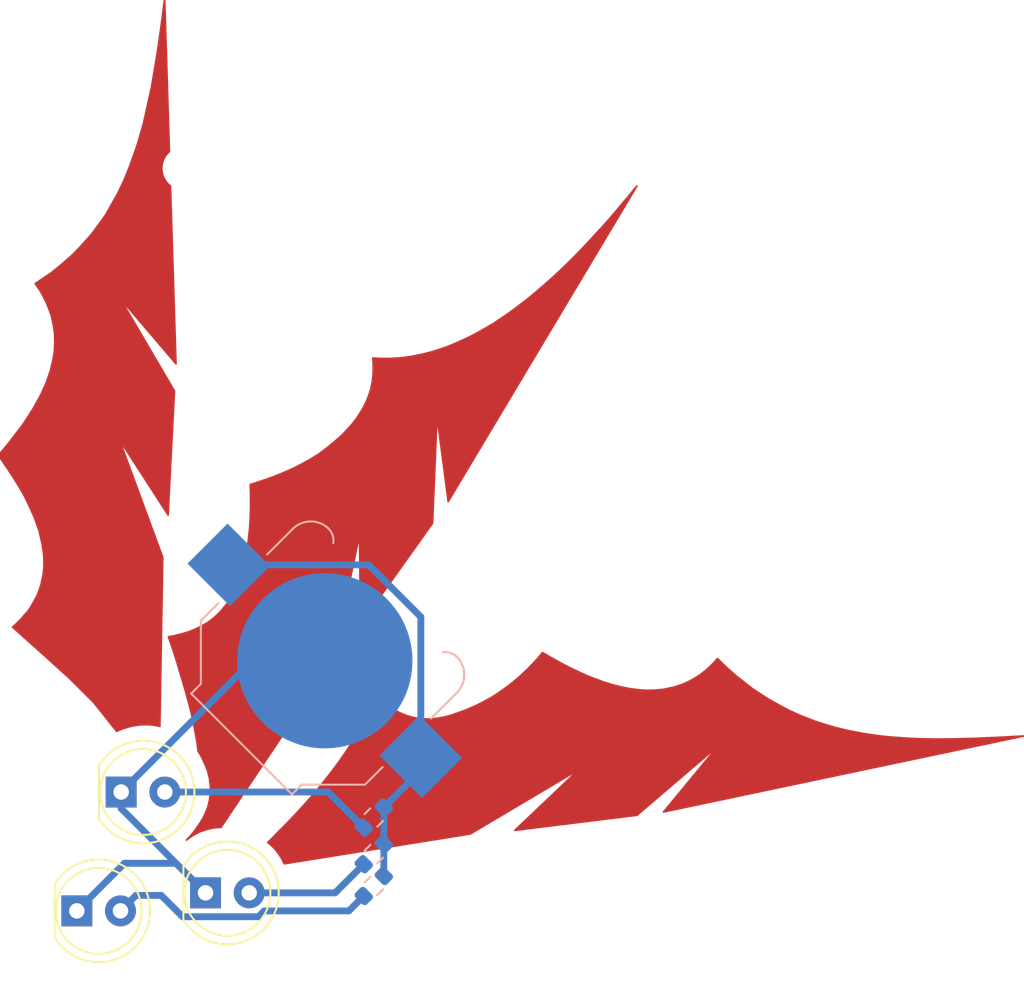
<source format=kicad_pcb>
(kicad_pcb (version 20171130) (host pcbnew "(5.1.8)-1")

  (general
    (thickness 1.6)
    (drawings 76)
    (tracks 25)
    (zones 0)
    (modules 8)
    (nets 6)
  )

  (page A4)
  (layers
    (0 F.Cu signal hide)
    (31 B.Cu signal)
    (32 B.Adhes user)
    (33 F.Adhes user)
    (34 B.Paste user)
    (35 F.Paste user)
    (36 B.SilkS user)
    (37 F.SilkS user hide)
    (38 B.Mask user)
    (39 F.Mask user hide)
    (40 Dwgs.User user)
    (41 Cmts.User user)
    (42 Eco1.User user hide)
    (43 Eco2.User user)
    (44 Edge.Cuts user)
    (45 Margin user)
    (46 B.CrtYd user)
    (47 F.CrtYd user)
    (48 B.Fab user)
    (49 F.Fab user)
  )

  (setup
    (last_trace_width 0.25)
    (trace_clearance 0.2)
    (zone_clearance 0.508)
    (zone_45_only no)
    (trace_min 0.2)
    (via_size 0.8)
    (via_drill 0.4)
    (via_min_size 0.4)
    (via_min_drill 0.3)
    (uvia_size 0.3)
    (uvia_drill 0.1)
    (uvias_allowed no)
    (uvia_min_size 0.2)
    (uvia_min_drill 0.1)
    (edge_width 0.05)
    (segment_width 0.2)
    (pcb_text_width 0.3)
    (pcb_text_size 1.5 1.5)
    (mod_edge_width 0.12)
    (mod_text_size 1 1)
    (mod_text_width 0.15)
    (pad_size 1.524 1.524)
    (pad_drill 0.762)
    (pad_to_mask_clearance 0)
    (aux_axis_origin 0 0)
    (visible_elements FFFFFF7F)
    (pcbplotparams
      (layerselection 0x010f0_ffffffff)
      (usegerberextensions true)
      (usegerberattributes true)
      (usegerberadvancedattributes true)
      (creategerberjobfile true)
      (excludeedgelayer true)
      (linewidth 0.100000)
      (plotframeref false)
      (viasonmask false)
      (mode 1)
      (useauxorigin false)
      (hpglpennumber 1)
      (hpglpenspeed 20)
      (hpglpendiameter 15.000000)
      (psnegative false)
      (psa4output false)
      (plotreference true)
      (plotvalue true)
      (plotinvisibletext false)
      (padsonsilk false)
      (subtractmaskfromsilk false)
      (outputformat 1)
      (mirror false)
      (drillshape 0)
      (scaleselection 1)
      (outputdirectory "gerber"))
  )

  (net 0 "")
  (net 1 GND)
  (net 2 "Net-(D1-Pad2)")
  (net 3 "Net-(D2-Pad2)")
  (net 4 "Net-(D3-Pad2)")
  (net 5 VCC)

  (net_class Default "This is the default net class."
    (clearance 0.2)
    (trace_width 0.25)
    (via_dia 0.8)
    (via_drill 0.4)
    (uvia_dia 0.3)
    (uvia_drill 0.1)
    (add_net GND)
    (add_net "Net-(D1-Pad2)")
    (add_net "Net-(D2-Pad2)")
    (add_net "Net-(D3-Pad2)")
    (add_net VCC)
  )

  (module LED_THT:LED_D5.0mm (layer F.Cu) (tedit 5995936A) (tstamp 5FE4AF86)
    (at 30.55 -30.61)
    (descr "LED, diameter 5.0mm, 2 pins, http://cdn-reichelt.de/documents/datenblatt/A500/LL-504BC2E-009.pdf")
    (tags "LED diameter 5.0mm 2 pins")
    (path /5FE4B4F4)
    (fp_text reference D3 (at 1.27 -3.96) (layer F.Fab)
      (effects (font (size 1 1) (thickness 0.15)))
    )
    (fp_text value LED (at 1.27 3.96) (layer F.Fab)
      (effects (font (size 1 1) (thickness 0.15)))
    )
    (fp_line (start 4.5 -3.25) (end -1.95 -3.25) (layer F.CrtYd) (width 0.05))
    (fp_line (start 4.5 3.25) (end 4.5 -3.25) (layer F.CrtYd) (width 0.05))
    (fp_line (start -1.95 3.25) (end 4.5 3.25) (layer F.CrtYd) (width 0.05))
    (fp_line (start -1.95 -3.25) (end -1.95 3.25) (layer F.CrtYd) (width 0.05))
    (fp_line (start -1.29 -1.545) (end -1.29 1.545) (layer F.SilkS) (width 0.12))
    (fp_line (start -1.23 -1.469694) (end -1.23 1.469694) (layer F.Fab) (width 0.1))
    (fp_circle (center 1.27 0) (end 3.77 0) (layer F.SilkS) (width 0.12))
    (fp_circle (center 1.27 0) (end 3.77 0) (layer F.Fab) (width 0.1))
    (fp_arc (start 1.27 0) (end -1.23 -1.469694) (angle 299.1) (layer F.Fab) (width 0.1))
    (fp_arc (start 1.27 0) (end -1.29 -1.54483) (angle 148.9) (layer F.SilkS) (width 0.12))
    (fp_arc (start 1.27 0) (end -1.29 1.54483) (angle -148.9) (layer F.SilkS) (width 0.12))
    (fp_text user %R (at 1.25 0) (layer F.Fab)
      (effects (font (size 0.8 0.8) (thickness 0.2)))
    )
    (pad 1 thru_hole rect (at 0 0) (size 1.8 1.8) (drill 0.9) (layers *.Cu *.Mask)
      (net 1 GND))
    (pad 2 thru_hole circle (at 2.54 0) (size 1.8 1.8) (drill 0.9) (layers *.Cu *.Mask)
      (net 4 "Net-(D3-Pad2)"))
    (model ${KISYS3DMOD}/LED_THT.3dshapes/LED_D5.0mm.wrl
      (offset (xyz 0 0 -3))
      (scale (xyz 1 1 1))
      (rotate (xyz 0 0 0))
    )
  )

  (module LED_THT:LED_D5.0mm (layer F.Cu) (tedit 5995936A) (tstamp 5FE4AF98)
    (at 27.97 -23.69)
    (descr "LED, diameter 5.0mm, 2 pins, http://cdn-reichelt.de/documents/datenblatt/A500/LL-504BC2E-009.pdf")
    (tags "LED diameter 5.0mm 2 pins")
    (path /5FE4BE24)
    (fp_text reference D1 (at 1.27 -3.96) (layer F.Fab)
      (effects (font (size 1 1) (thickness 0.15)))
    )
    (fp_text value LED (at 1.27 3.96) (layer F.Fab)
      (effects (font (size 1 1) (thickness 0.15)))
    )
    (fp_text user %R (at 1.25 0) (layer F.Fab)
      (effects (font (size 0.8 0.8) (thickness 0.2)))
    )
    (fp_arc (start 1.27 0) (end -1.29 1.54483) (angle -148.9) (layer F.SilkS) (width 0.12))
    (fp_arc (start 1.27 0) (end -1.29 -1.54483) (angle 148.9) (layer F.SilkS) (width 0.12))
    (fp_arc (start 1.27 0) (end -1.23 -1.469694) (angle 299.1) (layer F.Fab) (width 0.1))
    (fp_circle (center 1.27 0) (end 3.77 0) (layer F.Fab) (width 0.1))
    (fp_circle (center 1.27 0) (end 3.77 0) (layer F.SilkS) (width 0.12))
    (fp_line (start -1.23 -1.469694) (end -1.23 1.469694) (layer F.Fab) (width 0.1))
    (fp_line (start -1.29 -1.545) (end -1.29 1.545) (layer F.SilkS) (width 0.12))
    (fp_line (start -1.95 -3.25) (end -1.95 3.25) (layer F.CrtYd) (width 0.05))
    (fp_line (start -1.95 3.25) (end 4.5 3.25) (layer F.CrtYd) (width 0.05))
    (fp_line (start 4.5 3.25) (end 4.5 -3.25) (layer F.CrtYd) (width 0.05))
    (fp_line (start 4.5 -3.25) (end -1.95 -3.25) (layer F.CrtYd) (width 0.05))
    (pad 2 thru_hole circle (at 2.54 0) (size 1.8 1.8) (drill 0.9) (layers *.Cu *.Mask)
      (net 2 "Net-(D1-Pad2)"))
    (pad 1 thru_hole rect (at 0 0) (size 1.8 1.8) (drill 0.9) (layers *.Cu *.Mask)
      (net 1 GND))
    (model ${KISYS3DMOD}/LED_THT.3dshapes/LED_D5.0mm.wrl
      (offset (xyz 0 0 -3))
      (scale (xyz 1 1 1))
      (rotate (xyz 0 0 0))
    )
  )

  (module LED_THT:LED_D5.0mm (layer F.Cu) (tedit 5995936A) (tstamp 5FE4AFAA)
    (at 35.46 -24.74)
    (descr "LED, diameter 5.0mm, 2 pins, http://cdn-reichelt.de/documents/datenblatt/A500/LL-504BC2E-009.pdf")
    (tags "LED diameter 5.0mm 2 pins")
    (path /5FE4BAAB)
    (fp_text reference D2 (at 1.27 -3.96) (layer F.Fab)
      (effects (font (size 1 1) (thickness 0.15)))
    )
    (fp_text value LED (at 1.27 3.96) (layer F.Fab)
      (effects (font (size 1 1) (thickness 0.15)))
    )
    (fp_line (start 4.5 -3.25) (end -1.95 -3.25) (layer F.CrtYd) (width 0.05))
    (fp_line (start 4.5 3.25) (end 4.5 -3.25) (layer F.CrtYd) (width 0.05))
    (fp_line (start -1.95 3.25) (end 4.5 3.25) (layer F.CrtYd) (width 0.05))
    (fp_line (start -1.95 -3.25) (end -1.95 3.25) (layer F.CrtYd) (width 0.05))
    (fp_line (start -1.29 -1.545) (end -1.29 1.545) (layer F.SilkS) (width 0.12))
    (fp_line (start -1.23 -1.469694) (end -1.23 1.469694) (layer F.Fab) (width 0.1))
    (fp_circle (center 1.27 0) (end 3.77 0) (layer F.SilkS) (width 0.12))
    (fp_circle (center 1.27 0) (end 3.77 0) (layer F.Fab) (width 0.1))
    (fp_arc (start 1.27 0) (end -1.23 -1.469694) (angle 299.1) (layer F.Fab) (width 0.1))
    (fp_arc (start 1.27 0) (end -1.29 -1.54483) (angle 148.9) (layer F.SilkS) (width 0.12))
    (fp_arc (start 1.27 0) (end -1.29 1.54483) (angle -148.9) (layer F.SilkS) (width 0.12))
    (fp_text user %R (at 1.25 0) (layer F.Fab)
      (effects (font (size 0.8 0.8) (thickness 0.2)))
    )
    (pad 1 thru_hole rect (at 0 0) (size 1.8 1.8) (drill 0.9) (layers *.Cu *.Mask)
      (net 1 GND))
    (pad 2 thru_hole circle (at 2.54 0) (size 1.8 1.8) (drill 0.9) (layers *.Cu *.Mask)
      (net 3 "Net-(D2-Pad2)"))
    (model ${KISYS3DMOD}/LED_THT.3dshapes/LED_D5.0mm.wrl
      (offset (xyz 0 0 -3))
      (scale (xyz 1 1 1))
      (rotate (xyz 0 0 0))
    )
  )

  (module MountingHole:MountingHole_2.5mm (layer F.Cu) (tedit 56D1B4CB) (tstamp 5FE4AFB2)
    (at 34.21 -66.92)
    (descr "Mounting Hole 2.5mm, no annular")
    (tags "mounting hole 2.5mm no annular")
    (path /5FE4A1BF)
    (attr virtual)
    (fp_text reference H1 (at 0 -3.5) (layer F.Fab)
      (effects (font (size 1 1) (thickness 0.15)))
    )
    (fp_text value MountingHole (at 0 3.5) (layer F.Fab)
      (effects (font (size 1 1) (thickness 0.15)))
    )
    (fp_circle (center 0 0) (end 2.75 0) (layer F.CrtYd) (width 0.05))
    (fp_circle (center 0 0) (end 2.5 0) (layer Cmts.User) (width 0.15))
    (fp_text user %R (at 0.3 0) (layer F.Fab)
      (effects (font (size 1 1) (thickness 0.15)))
    )
    (pad 1 np_thru_hole circle (at 0 0) (size 2.5 2.5) (drill 2.5) (layers *.Cu *.Mask))
  )

  (module Resistor_SMD:R_0603_1608Metric (layer B.Cu) (tedit 5F68FEEE) (tstamp 5FE4AFC3)
    (at 45.25 -25.14 45)
    (descr "Resistor SMD 0603 (1608 Metric), square (rectangular) end terminal, IPC_7351 nominal, (Body size source: IPC-SM-782 page 72, https://www.pcb-3d.com/wordpress/wp-content/uploads/ipc-sm-782a_amendment_1_and_2.pdf), generated with kicad-footprint-generator")
    (tags resistor)
    (path /5FE5025C)
    (attr smd)
    (fp_text reference R1 (at 0 1.43 225) (layer B.Fab)
      (effects (font (size 1 1) (thickness 0.15)) (justify mirror))
    )
    (fp_text value 220R (at 0 -1.43 225) (layer B.Fab)
      (effects (font (size 1 1) (thickness 0.15)) (justify mirror))
    )
    (fp_line (start 1.48 -0.73) (end -1.48 -0.73) (layer B.CrtYd) (width 0.05))
    (fp_line (start 1.48 0.73) (end 1.48 -0.73) (layer B.CrtYd) (width 0.05))
    (fp_line (start -1.48 0.73) (end 1.48 0.73) (layer B.CrtYd) (width 0.05))
    (fp_line (start -1.48 -0.73) (end -1.48 0.73) (layer B.CrtYd) (width 0.05))
    (fp_line (start -0.237258 -0.5225) (end 0.237258 -0.5225) (layer B.SilkS) (width 0.12))
    (fp_line (start -0.237258 0.5225) (end 0.237258 0.5225) (layer B.SilkS) (width 0.12))
    (fp_line (start 0.8 -0.4125) (end -0.8 -0.4125) (layer B.Fab) (width 0.1))
    (fp_line (start 0.8 0.4125) (end 0.8 -0.4125) (layer B.Fab) (width 0.1))
    (fp_line (start -0.8 0.4125) (end 0.8 0.4125) (layer B.Fab) (width 0.1))
    (fp_line (start -0.8 -0.4125) (end -0.8 0.4125) (layer B.Fab) (width 0.1))
    (fp_text user %R (at 0 0 225) (layer B.Fab)
      (effects (font (size 0.4 0.4) (thickness 0.06)) (justify mirror))
    )
    (pad 1 smd roundrect (at -0.825 0 45) (size 0.8 0.95) (layers B.Cu B.Paste B.Mask) (roundrect_rratio 0.25)
      (net 2 "Net-(D1-Pad2)"))
    (pad 2 smd roundrect (at 0.825 0 45) (size 0.8 0.95) (layers B.Cu B.Paste B.Mask) (roundrect_rratio 0.25)
      (net 5 VCC))
    (model ${KISYS3DMOD}/Resistor_SMD.3dshapes/R_0603_1608Metric.wrl
      (at (xyz 0 0 0))
      (scale (xyz 1 1 1))
      (rotate (xyz 0 0 0))
    )
  )

  (module Resistor_SMD:R_0603_1608Metric (layer B.Cu) (tedit 5F68FEEE) (tstamp 5FE4AFD4)
    (at 45.25 -26.99 45)
    (descr "Resistor SMD 0603 (1608 Metric), square (rectangular) end terminal, IPC_7351 nominal, (Body size source: IPC-SM-782 page 72, https://www.pcb-3d.com/wordpress/wp-content/uploads/ipc-sm-782a_amendment_1_and_2.pdf), generated with kicad-footprint-generator")
    (tags resistor)
    (path /5FE5000C)
    (attr smd)
    (fp_text reference R2 (at 0 1.43 225) (layer B.Fab)
      (effects (font (size 1 1) (thickness 0.15)) (justify mirror))
    )
    (fp_text value 220R (at 0 -1.43 225) (layer B.Fab)
      (effects (font (size 1 1) (thickness 0.15)) (justify mirror))
    )
    (fp_line (start 1.48 -0.73) (end -1.48 -0.73) (layer B.CrtYd) (width 0.05))
    (fp_line (start 1.48 0.73) (end 1.48 -0.73) (layer B.CrtYd) (width 0.05))
    (fp_line (start -1.48 0.73) (end 1.48 0.73) (layer B.CrtYd) (width 0.05))
    (fp_line (start -1.48 -0.73) (end -1.48 0.73) (layer B.CrtYd) (width 0.05))
    (fp_line (start -0.237258 -0.5225) (end 0.237258 -0.5225) (layer B.SilkS) (width 0.12))
    (fp_line (start -0.237258 0.5225) (end 0.237258 0.5225) (layer B.SilkS) (width 0.12))
    (fp_line (start 0.8 -0.4125) (end -0.8 -0.4125) (layer B.Fab) (width 0.1))
    (fp_line (start 0.8 0.4125) (end 0.8 -0.4125) (layer B.Fab) (width 0.1))
    (fp_line (start -0.8 0.4125) (end 0.8 0.4125) (layer B.Fab) (width 0.1))
    (fp_line (start -0.8 -0.4125) (end -0.8 0.4125) (layer B.Fab) (width 0.1))
    (fp_text user %R (at 0 0 225) (layer B.Fab)
      (effects (font (size 0.4 0.4) (thickness 0.06)) (justify mirror))
    )
    (pad 1 smd roundrect (at -0.825 0 45) (size 0.8 0.95) (layers B.Cu B.Paste B.Mask) (roundrect_rratio 0.25)
      (net 3 "Net-(D2-Pad2)"))
    (pad 2 smd roundrect (at 0.825 0 45) (size 0.8 0.95) (layers B.Cu B.Paste B.Mask) (roundrect_rratio 0.25)
      (net 5 VCC))
    (model ${KISYS3DMOD}/Resistor_SMD.3dshapes/R_0603_1608Metric.wrl
      (at (xyz 0 0 0))
      (scale (xyz 1 1 1))
      (rotate (xyz 0 0 0))
    )
  )

  (module Resistor_SMD:R_0603_1608Metric (layer B.Cu) (tedit 5F68FEEE) (tstamp 5FE4C4CF)
    (at 45.25 -29.123363 45)
    (descr "Resistor SMD 0603 (1608 Metric), square (rectangular) end terminal, IPC_7351 nominal, (Body size source: IPC-SM-782 page 72, https://www.pcb-3d.com/wordpress/wp-content/uploads/ipc-sm-782a_amendment_1_and_2.pdf), generated with kicad-footprint-generator")
    (tags resistor)
    (path /5FE4C688)
    (attr smd)
    (fp_text reference R3 (at 0 1.43 225) (layer B.Fab)
      (effects (font (size 1 1) (thickness 0.15)) (justify mirror))
    )
    (fp_text value 220R (at 0 -1.43 225) (layer B.Fab)
      (effects (font (size 1 1) (thickness 0.15)) (justify mirror))
    )
    (fp_text user %R (at 0 0 225) (layer B.Fab)
      (effects (font (size 0.4 0.4) (thickness 0.06)) (justify mirror))
    )
    (fp_line (start -0.8 -0.4125) (end -0.8 0.4125) (layer B.Fab) (width 0.1))
    (fp_line (start -0.8 0.4125) (end 0.8 0.4125) (layer B.Fab) (width 0.1))
    (fp_line (start 0.8 0.4125) (end 0.8 -0.4125) (layer B.Fab) (width 0.1))
    (fp_line (start 0.8 -0.4125) (end -0.8 -0.4125) (layer B.Fab) (width 0.1))
    (fp_line (start -0.237258 0.5225) (end 0.237258 0.5225) (layer B.SilkS) (width 0.12))
    (fp_line (start -0.237258 -0.5225) (end 0.237258 -0.5225) (layer B.SilkS) (width 0.12))
    (fp_line (start -1.48 -0.73) (end -1.48 0.73) (layer B.CrtYd) (width 0.05))
    (fp_line (start -1.48 0.73) (end 1.48 0.73) (layer B.CrtYd) (width 0.05))
    (fp_line (start 1.48 0.73) (end 1.48 -0.73) (layer B.CrtYd) (width 0.05))
    (fp_line (start 1.48 -0.73) (end -1.48 -0.73) (layer B.CrtYd) (width 0.05))
    (pad 2 smd roundrect (at 0.825 0 45) (size 0.8 0.95) (layers B.Cu B.Paste B.Mask) (roundrect_rratio 0.25)
      (net 5 VCC))
    (pad 1 smd roundrect (at -0.825 0 45) (size 0.8 0.95) (layers B.Cu B.Paste B.Mask) (roundrect_rratio 0.25)
      (net 4 "Net-(D3-Pad2)"))
    (model ${KISYS3DMOD}/Resistor_SMD.3dshapes/R_0603_1608Metric.wrl
      (at (xyz 0 0 0))
      (scale (xyz 1 1 1))
      (rotate (xyz 0 0 0))
    )
  )

  (module Battery:BatteryHolder_Keystone_3000_1x12mm (layer B.Cu) (tedit 5D9CBDF8) (tstamp 5FE4C155)
    (at 42.4 -38.25 315)
    (descr http://www.keyelco.com/product-pdf.cfm?p=777)
    (tags "Keystone type 3000 coin cell retainer")
    (path /5FE5EE1A)
    (attr smd)
    (fp_text reference BT1 (at 0 8 135) (layer B.Fab)
      (effects (font (size 1 1) (thickness 0.15)) (justify mirror))
    )
    (fp_text value Battery_Cell (at 0 -7.5 135) (layer B.Fab)
      (effects (font (size 1 1) (thickness 0.15)) (justify mirror))
    )
    (fp_line (start -5.29 -6.76) (end 5.29 -6.76) (layer B.CrtYd) (width 0.05))
    (fp_line (start -4 6.7) (end 4 6.7) (layer B.Fab) (width 0.1))
    (fp_line (start -4 6.7) (end -4 6) (layer B.Fab) (width 0.1))
    (fp_line (start 4 6.7) (end 4 6) (layer B.Fab) (width 0.1))
    (fp_line (start -4 6) (end -6.6 3.4) (layer B.Fab) (width 0.1))
    (fp_line (start 4 6) (end 6.6 3.4) (layer B.Fab) (width 0.1))
    (fp_line (start -6.6 3.4) (end -6.6 -4.1) (layer B.Fab) (width 0.1))
    (fp_line (start 6.6 3.4) (end 6.6 -4.1) (layer B.Fab) (width 0.1))
    (fp_line (start 10.15 -2.15) (end 7.25 -2.15) (layer B.CrtYd) (width 0.05))
    (fp_line (start 10.15 2.15) (end 10.15 -2.15) (layer B.CrtYd) (width 0.05))
    (fp_line (start 7.25 2.15) (end 10.15 2.15) (layer B.CrtYd) (width 0.05))
    (fp_line (start -10.15 -2.15) (end -7.25 -2.15) (layer B.CrtYd) (width 0.05))
    (fp_line (start -10.15 2.15) (end -10.15 -2.15) (layer B.CrtYd) (width 0.05))
    (fp_line (start -7.25 2.15) (end -10.15 2.15) (layer B.CrtYd) (width 0.05))
    (fp_line (start 6.75 3.45) (end 6.75 2) (layer B.SilkS) (width 0.12))
    (fp_line (start 4.15 6.05) (end 6.75 3.45) (layer B.SilkS) (width 0.12))
    (fp_line (start 4.15 6.85) (end 4.15 6.05) (layer B.SilkS) (width 0.12))
    (fp_line (start -4.15 6.85) (end 4.15 6.85) (layer B.SilkS) (width 0.12))
    (fp_line (start -4.15 6.05) (end -4.15 6.85) (layer B.SilkS) (width 0.12))
    (fp_line (start -6.75 3.45) (end -4.15 6.05) (layer B.SilkS) (width 0.12))
    (fp_line (start -6.75 2) (end -6.75 3.45) (layer B.SilkS) (width 0.12))
    (fp_line (start -7.25 2.15) (end -7.25 3.8) (layer B.CrtYd) (width 0.05))
    (fp_line (start -7.25 3.8) (end -4.65 6.4) (layer B.CrtYd) (width 0.05))
    (fp_line (start -4.65 6.4) (end -4.65 7.35) (layer B.CrtYd) (width 0.05))
    (fp_line (start -4.65 7.35) (end 4.65 7.35) (layer B.CrtYd) (width 0.05))
    (fp_line (start 4.65 6.4) (end 4.65 7.35) (layer B.CrtYd) (width 0.05))
    (fp_line (start 7.25 3.8) (end 4.65 6.4) (layer B.CrtYd) (width 0.05))
    (fp_line (start 7.25 2.15) (end 7.25 3.8) (layer B.CrtYd) (width 0.05))
    (fp_line (start -6.75 -2) (end -6.75 -4.1) (layer B.SilkS) (width 0.12))
    (fp_line (start 6.75 -2) (end 6.75 -4.1) (layer B.SilkS) (width 0.12))
    (fp_line (start 7.25 -2.15) (end 7.25 -4.8) (layer B.CrtYd) (width 0.05))
    (fp_line (start -7.25 -2.15) (end -7.25 -4.8) (layer B.CrtYd) (width 0.05))
    (fp_circle (center 0 0) (end 0 -6.25) (layer Dwgs.User) (width 0.15))
    (fp_text user %R (at 0 0 135) (layer B.Fab)
      (effects (font (size 1 1) (thickness 0.15)) (justify mirror))
    )
    (fp_arc (start 5.29 -4.8) (end 5.29 -6.76) (angle 90) (layer B.CrtYd) (width 0.05))
    (fp_arc (start 5.29 -4.6) (end 4.5 -5.2) (angle 60) (layer B.SilkS) (width 0.12))
    (fp_arc (start -5.29 -4.6) (end -4.5 -5.2) (angle -60) (layer B.SilkS) (width 0.12))
    (fp_arc (start 5.29 -4.6) (end 4.6 -5.1) (angle 60) (layer B.Fab) (width 0.1))
    (fp_arc (start -5.29 -4.6) (end -4.6 -5.1) (angle -60) (layer B.Fab) (width 0.1))
    (fp_arc (start 0 -8.9) (end -4.6 -5.1) (angle -101) (layer B.Fab) (width 0.1))
    (fp_arc (start -5.29 -4.8) (end -5.29 -6.76) (angle -90) (layer B.CrtYd) (width 0.05))
    (fp_arc (start 5.25 -4.1) (end 5.3 -5.6) (angle 90) (layer B.SilkS) (width 0.12))
    (fp_arc (start -5.25 -4.1) (end -5.3 -5.6) (angle -90) (layer B.SilkS) (width 0.12))
    (fp_arc (start 5.25 -4.1) (end 5.3 -5.45) (angle 90) (layer B.Fab) (width 0.1))
    (fp_arc (start -5.25 -4.1) (end -5.3 -5.45) (angle -90) (layer B.Fab) (width 0.1))
    (pad 1 smd rect (at -7.9 0 315) (size 3.5 3.3) (layers B.Cu B.Paste B.Mask)
      (net 5 VCC))
    (pad 1 smd rect (at 7.9 0 315) (size 3.5 3.3) (layers B.Cu B.Paste B.Mask)
      (net 5 VCC))
    (pad 2 smd circle (at 0 0 315) (size 10.2 10.2) (layers B.Cu B.Mask)
      (net 1 GND))
    (model ${KISYS3DMOD}/Battery.3dshapes/BatteryHolder_Keystone_3000_1x12mm.wrl
      (at (xyz 0 0 0))
      (scale (xyz 1 1 1))
      (rotate (xyz 0 0 0))
    )
    (model C:/Users/andre/Documents/kicad/3dmodel/battery_holder_12mm_wthBatt.wrl
      (at (xyz 0 0 0))
      (scale (xyz 0.4 0.4 0.4))
      (rotate (xyz 0 0 0))
    )
  )

  (gr_poly (pts (xy 33.74 -55.54) (xy 30.5 -59.34) (xy 33.65 -53.96) (xy 33.28 -46.74) (xy 30.45 -51.12) (xy 32.97 -44.27) (xy 32.8 -34.43) (xy 32.63 -34.47) (xy 32.4 -34.51) (xy 32.15 -34.53) (xy 31.9 -34.53) (xy 31.62 -34.52) (xy 31.35 -34.48) (xy 31.13 -34.44) (xy 30.92 -34.38) (xy 30.66 -34.3) (xy 30.46 -34.22) (xy 30.29 -34.14) (xy 29.98 -34.53) (xy 28.96 -35.81) (xy 27.55 -37.22) (xy 26.23 -38.42) (xy 24.23 -40.21) (xy 24.44 -40.4) (xy 24.75 -40.71) (xy 24.91 -40.9) (xy 25.12 -41.13) (xy 25.31 -41.42) (xy 25.68 -42.09) (xy 25.88 -42.66) (xy 26.02 -43.32) (xy 26.06 -43.75) (xy 26.05 -44.33) (xy 25.97 -44.96) (xy 25.78 -45.8) (xy 25.5 -46.59) (xy 25.25 -47.15) (xy 24.93 -47.82) (xy 24.7 -48.23) (xy 24.37 -48.77) (xy 23.99 -49.36) (xy 23.79 -49.65) (xy 23.41 -50.21) (xy 24.03 -50.96) (xy 24.84 -52.02) (xy 25.42 -52.92) (xy 25.87 -53.73) (xy 26.2 -54.46) (xy 26.43 -55.14) (xy 26.58 -55.76) (xy 26.66 -56.23) (xy 26.69 -56.74) (xy 26.68 -57.26) (xy 26.63 -57.63) (xy 26.57 -57.97) (xy 26.48 -58.35) (xy 26.36 -58.7) (xy 26.21 -59.07) (xy 26.02 -59.46) (xy 25.83 -59.8) (xy 25.55 -60.21) (xy 26.52 -60.87) (xy 27.13 -61.37) (xy 27.74 -61.91) (xy 28.19 -62.38) (xy 28.82 -63.08) (xy 29.64 -64.2) (xy 30.37 -65.5) (xy 30.72 -66.24) (xy 31.04 -67.03) (xy 31.48 -68.27) (xy 31.84 -69.51) (xy 32.32 -71.67) (xy 32.68 -73.83) (xy 32.89 -75.32) (xy 32.92 -75.55) (xy 32.94 -75.72) (xy 32.96 -75.86) (xy 33.06 -76.66) (xy 33.08 -76.8)) (layer F.Cu) (width 0.1) (tstamp 5FE49FB5))
  (gr_poly (pts (xy 49.58 -47.52) (xy 48.93 -52.48) (xy 48.67 -46.26) (xy 44.48 -40.37) (xy 44.42 -45.55) (xy 42.86 -38.27) (xy 36.36 -28.55) (xy 36.28 -28.55) (xy 36.1 -28.54) (xy 35.92 -28.52) (xy 35.56 -28.44) (xy 35.12 -28.29) (xy 34.81 -28.13) (xy 34.57 -27.98) (xy 34.35 -27.81) (xy 34.47 -27.94) (xy 34.6 -28.08) (xy 34.76 -28.27) (xy 34.91 -28.47) (xy 35.18 -28.87) (xy 35.35 -29.16) (xy 35.46 -29.4) (xy 35.6 -29.76) (xy 35.69 -30.14) (xy 35.74 -30.59) (xy 35.74 -30.94) (xy 35.69 -31.39) (xy 35.59 -31.81) (xy 35.44 -32.19) (xy 35.28 -32.55) (xy 35.16 -32.78) (xy 35.03 -32.98) (xy 34.96 -33.52) (xy 34.86 -34.07) (xy 34.75 -34.65) (xy 34.65 -35.12) (xy 34.52 -35.64) (xy 34.4 -36.07) (xy 34.3 -36.46) (xy 34.2 -36.78) (xy 34.13 -37.03) (xy 34.03 -37.37) (xy 33.95 -37.63) (xy 33.78 -38.21) (xy 33.63 -38.68) (xy 33.49 -39.1) (xy 33.37 -39.45) (xy 33.3 -39.65) (xy 33.55 -39.69) (xy 33.97 -39.79) (xy 34.43 -39.92) (xy 34.88 -40.1) (xy 35.18 -40.25) (xy 35.6 -40.49) (xy 36 -40.8) (xy 36.36 -41.15) (xy 36.72 -41.59) (xy 37 -42.03) (xy 37.27 -42.55) (xy 37.5 -43.17) (xy 37.68 -43.75) (xy 37.85 -44.56) (xy 37.95 -45.26) (xy 38.03 -46.01) (xy 38.06 -46.59) (xy 38.08 -47.21) (xy 38.08 -47.9) (xy 38.06 -48.52) (xy 38.16 -48.54) (xy 38.8 -48.75) (xy 39.34 -48.94) (xy 39.89 -49.16) (xy 40.47 -49.41) (xy 40.93 -49.64) (xy 41.48 -49.94) (xy 42.01 -50.26) (xy 42.2 -50.4) (xy 42.59 -50.7) (xy 42.99 -51.03) (xy 43.41 -51.4) (xy 43.93 -51.96) (xy 44.25 -52.37) (xy 44.51 -52.77) (xy 44.69 -53.08) (xy 44.87 -53.47) (xy 45.06 -54) (xy 45.17 -54.52) (xy 45.2 -54.78) (xy 45.22 -55.07) (xy 45.22 -55.4) (xy 45.21 -55.67) (xy 45.19 -55.87) (xy 45.34 -55.87) (xy 45.62 -55.85) (xy 46.15 -55.85) (xy 46.73 -55.88) (xy 47.16 -55.93) (xy 47.49 -55.98) (xy 47.82 -56.05) (xy 48.13 -56.11) (xy 48.32 -56.16) (xy 48.66 -56.25) (xy 49.1 -56.39) (xy 49.56 -56.55) (xy 50.17 -56.81) (xy 50.78 -57.09) (xy 51.3 -57.36) (xy 51.82 -57.66) (xy 52.2 -57.88) (xy 53.06 -58.46) (xy 53.55 -58.82) (xy 54.14 -59.27) (xy 54.61 -59.66) (xy 55.09 -60.07) (xy 55.6 -60.52) (xy 56.08 -60.96) (xy 56.59 -61.46) (xy 57.1 -61.97) (xy 57.58 -62.47) (xy 58.04 -62.97) (xy 58.42 -63.38) (xy 58.88 -63.89) (xy 59.25 -64.32) (xy 59.51 -64.63) (xy 59.92 -65.12) (xy 60 -65.21) (xy 60.1 -65.33) (xy 60.19 -65.44) (xy 60.3 -65.58) (xy 60.35 -65.64) (xy 60.41 -65.71) (xy 60.49 -65.81) (xy 60.56 -65.89)) (layer F.Cu) (width 0.1) (tstamp 5FE49FB2))
  (gr_poly (pts (xy 49.67 -47.43) (xy 49.02 -52.39) (xy 48.76 -46.17) (xy 44.57 -40.28) (xy 44.51 -45.46) (xy 42.95 -38.18) (xy 36.45 -28.46) (xy 36.37 -28.46) (xy 36.19 -28.45) (xy 36.01 -28.43) (xy 35.65 -28.35) (xy 35.21 -28.2) (xy 34.9 -28.04) (xy 34.66 -27.89) (xy 34.44 -27.72) (xy 34.56 -27.85) (xy 34.69 -27.99) (xy 34.85 -28.18) (xy 35 -28.38) (xy 35.27 -28.78) (xy 35.44 -29.07) (xy 35.55 -29.31) (xy 35.69 -29.67) (xy 35.78 -30.05) (xy 35.83 -30.5) (xy 35.83 -30.85) (xy 35.78 -31.3) (xy 35.68 -31.72) (xy 35.53 -32.1) (xy 35.37 -32.46) (xy 35.25 -32.69) (xy 35.12 -32.89) (xy 35.05 -33.43) (xy 34.95 -33.98) (xy 34.84 -34.56) (xy 34.74 -35.03) (xy 34.61 -35.55) (xy 34.49 -35.98) (xy 34.39 -36.37) (xy 34.29 -36.69) (xy 34.22 -36.94) (xy 34.12 -37.28) (xy 34.04 -37.54) (xy 33.87 -38.12) (xy 33.72 -38.59) (xy 33.58 -39.01) (xy 33.46 -39.36) (xy 33.39 -39.56) (xy 33.64 -39.6) (xy 34.06 -39.7) (xy 34.52 -39.83) (xy 34.97 -40.01) (xy 35.27 -40.16) (xy 35.69 -40.4) (xy 36.09 -40.71) (xy 36.45 -41.06) (xy 36.81 -41.5) (xy 37.09 -41.94) (xy 37.36 -42.46) (xy 37.59 -43.08) (xy 37.77 -43.66) (xy 37.94 -44.47) (xy 38.04 -45.17) (xy 38.12 -45.92) (xy 38.15 -46.5) (xy 38.17 -47.12) (xy 38.17 -47.81) (xy 38.15 -48.43) (xy 38.25 -48.45) (xy 38.89 -48.66) (xy 39.43 -48.85) (xy 39.98 -49.07) (xy 40.56 -49.32) (xy 41.02 -49.55) (xy 41.57 -49.85) (xy 42.1 -50.17) (xy 42.29 -50.31) (xy 42.68 -50.61) (xy 43.08 -50.94) (xy 43.5 -51.31) (xy 44.02 -51.87) (xy 44.34 -52.28) (xy 44.6 -52.68) (xy 44.78 -52.99) (xy 44.96 -53.38) (xy 45.15 -53.91) (xy 45.26 -54.43) (xy 45.29 -54.69) (xy 45.31 -54.98) (xy 45.31 -55.31) (xy 45.3 -55.58) (xy 45.28 -55.78) (xy 45.43 -55.78) (xy 45.71 -55.76) (xy 46.24 -55.76) (xy 46.82 -55.79) (xy 47.25 -55.84) (xy 47.58 -55.89) (xy 47.91 -55.96) (xy 48.22 -56.02) (xy 48.41 -56.07) (xy 48.75 -56.16) (xy 49.19 -56.3) (xy 49.65 -56.46) (xy 50.26 -56.72) (xy 50.87 -57) (xy 51.39 -57.27) (xy 51.91 -57.57) (xy 52.29 -57.79) (xy 53.15 -58.37) (xy 53.64 -58.73) (xy 54.23 -59.18) (xy 54.7 -59.57) (xy 55.18 -59.98) (xy 55.69 -60.43) (xy 56.17 -60.87) (xy 56.68 -61.37) (xy 57.19 -61.88) (xy 57.67 -62.38) (xy 58.13 -62.88) (xy 58.51 -63.29) (xy 58.97 -63.8) (xy 59.34 -64.23) (xy 59.6 -64.54) (xy 60.01 -65.03) (xy 60.09 -65.12) (xy 60.19 -65.24) (xy 60.28 -65.35) (xy 60.39 -65.49) (xy 60.44 -65.55) (xy 60.5 -65.62) (xy 60.58 -65.72) (xy 60.65 -65.8)) (layer F.Mask) (width 0.1))
  (gr_poly (pts (xy 33.82 -55.46) (xy 30.58 -59.26) (xy 33.73 -53.88) (xy 33.36 -46.66) (xy 30.53 -51.04) (xy 33.05 -44.19) (xy 32.88 -34.35) (xy 32.71 -34.39) (xy 32.48 -34.43) (xy 32.23 -34.45) (xy 31.98 -34.45) (xy 31.7 -34.44) (xy 31.43 -34.4) (xy 31.21 -34.36) (xy 31 -34.3) (xy 30.74 -34.22) (xy 30.54 -34.14) (xy 30.37 -34.06) (xy 30.06 -34.45) (xy 29.04 -35.73) (xy 27.63 -37.14) (xy 26.31 -38.34) (xy 24.31 -40.13) (xy 24.52 -40.32) (xy 24.83 -40.63) (xy 24.99 -40.82) (xy 25.2 -41.05) (xy 25.39 -41.34) (xy 25.76 -42.01) (xy 25.96 -42.58) (xy 26.1 -43.24) (xy 26.14 -43.67) (xy 26.13 -44.25) (xy 26.05 -44.88) (xy 25.86 -45.72) (xy 25.58 -46.51) (xy 25.33 -47.07) (xy 25.01 -47.74) (xy 24.78 -48.15) (xy 24.45 -48.69) (xy 24.07 -49.28) (xy 23.87 -49.57) (xy 23.49 -50.13) (xy 24.11 -50.88) (xy 24.92 -51.94) (xy 25.5 -52.84) (xy 25.95 -53.65) (xy 26.28 -54.38) (xy 26.51 -55.06) (xy 26.66 -55.68) (xy 26.74 -56.15) (xy 26.77 -56.66) (xy 26.76 -57.18) (xy 26.71 -57.55) (xy 26.65 -57.89) (xy 26.56 -58.27) (xy 26.44 -58.62) (xy 26.29 -58.99) (xy 26.1 -59.38) (xy 25.91 -59.72) (xy 25.63 -60.13) (xy 26.6 -60.79) (xy 27.21 -61.29) (xy 27.82 -61.83) (xy 28.27 -62.3) (xy 28.9 -63) (xy 29.72 -64.12) (xy 30.45 -65.42) (xy 30.8 -66.16) (xy 31.12 -66.95) (xy 31.56 -68.19) (xy 31.92 -69.43) (xy 32.4 -71.59) (xy 32.76 -73.75) (xy 32.97 -75.24) (xy 33 -75.47) (xy 33.02 -75.64) (xy 33.04 -75.78) (xy 33.14 -76.58) (xy 33.16 -76.72)) (layer F.Mask) (width 0.1))
  (gr_poly (pts (xy 55.56 -38.44) (xy 56.23 -38.07) (xy 56.7 -37.83) (xy 57.29 -37.55) (xy 57.81 -37.32) (xy 58.58 -37.03) (xy 59.16 -36.85) (xy 59.63 -36.73) (xy 60.19 -36.62) (xy 60.75 -36.55) (xy 61.2 -36.53) (xy 61.6 -36.54) (xy 62.13 -36.59) (xy 62.74 -36.72) (xy 63.24 -36.89) (xy 63.61 -37.06) (xy 63.93 -37.24) (xy 64.25 -37.44) (xy 64.6 -37.72) (xy 64.86 -37.96) (xy 65.05 -38.15) (xy 65.25 -38.38) (xy 65.85 -37.8) (xy 66.09 -37.59) (xy 66.37 -37.34) (xy 66.61 -37.16) (xy 67.01 -36.84) (xy 67.31 -36.61) (xy 67.78 -36.3) (xy 68.19 -36.04) (xy 68.78 -35.7) (xy 69.42 -35.36) (xy 70.13 -35.04) (xy 70.93 -34.73) (xy 71.52 -34.54) (xy 72.21 -34.34) (xy 72.93 -34.17) (xy 73.78 -34.01) (xy 74.67 -33.88) (xy 75.23 -33.82) (xy 76.18 -33.75) (xy 76.98 -33.71) (xy 77.95 -33.69) (xy 78.95 -33.7) (xy 80.15 -33.73) (xy 81.08 -33.77) (xy 82.02 -33.81) (xy 82.45 -33.84) (xy 83.08 -33.87) (xy 62.11 -29.45) (xy 65.28 -33.29) (xy 60.57 -29.26) (xy 53.46 -28.38) (xy 57.17 -31.91) (xy 50.87 -28.17) (xy 40.04 -26.43) (xy 39.88 -26.75) (xy 39.78 -26.91) (xy 39.67 -27.07) (xy 39.56 -27.21) (xy 39.47 -27.32) (xy 39.33 -27.46) (xy 39.24 -27.54) (xy 39.17 -27.6) (xy 39.12 -27.64) (xy 39.08 -27.67) (xy 39.46 -28.05) (xy 39.72 -28.32) (xy 40.04 -28.64) (xy 40.39 -29) (xy 40.76 -29.39) (xy 41.28 -29.96) (xy 41.63 -30.36) (xy 41.98 -30.77) (xy 42.41 -31.31) (xy 42.82 -31.83) (xy 43.25 -32.41) (xy 43.63 -32.96) (xy 44.01 -33.55) (xy 44.29 -34) (xy 44.63 -34.59) (xy 44.9 -35.09) (xy 45.16 -35.59) (xy 45.3 -35.86) (xy 45.4 -36.08) (xy 45.87 -35.75) (xy 46.37 -35.43) (xy 46.73 -35.24) (xy 47.11 -35.08) (xy 47.39 -34.99) (xy 47.69 -34.92) (xy 48.07 -34.87) (xy 48.43 -34.86) (xy 48.74 -34.88) (xy 48.98 -34.91) (xy 49.41 -34.99) (xy 49.74 -35.08) (xy 50.18 -35.23) (xy 50.69 -35.42) (xy 51.19 -35.64) (xy 51.57 -35.83) (xy 52.08 -36.11) (xy 52.5 -36.38) (xy 52.83 -36.61) (xy 53.14 -36.84) (xy 53.5 -37.13) (xy 53.81 -37.4) (xy 54.19 -37.76) (xy 54.51 -38.09) (xy 54.78 -38.38) (xy 55.07 -38.73)) (layer F.Cu) (width 0.1) (tstamp 5FE49D24))
  (gr_poly (pts (xy 55.59 -38.41) (xy 56.26 -38.04) (xy 56.73 -37.8) (xy 57.32 -37.52) (xy 57.84 -37.29) (xy 58.61 -37) (xy 59.19 -36.82) (xy 59.66 -36.7) (xy 60.22 -36.59) (xy 60.78 -36.52) (xy 61.23 -36.5) (xy 61.63 -36.51) (xy 62.16 -36.56) (xy 62.77 -36.69) (xy 63.27 -36.86) (xy 63.64 -37.03) (xy 63.96 -37.21) (xy 64.28 -37.41) (xy 64.63 -37.69) (xy 64.89 -37.93) (xy 65.08 -38.12) (xy 65.28 -38.35) (xy 65.88 -37.77) (xy 66.12 -37.56) (xy 66.4 -37.31) (xy 66.64 -37.13) (xy 67.04 -36.81) (xy 67.34 -36.58) (xy 67.81 -36.27) (xy 68.22 -36.01) (xy 68.81 -35.67) (xy 69.45 -35.33) (xy 70.16 -35.01) (xy 70.96 -34.7) (xy 71.55 -34.51) (xy 72.24 -34.31) (xy 72.96 -34.14) (xy 73.81 -33.98) (xy 74.7 -33.85) (xy 75.26 -33.79) (xy 76.21 -33.72) (xy 77.01 -33.68) (xy 77.98 -33.66) (xy 78.98 -33.67) (xy 80.18 -33.7) (xy 81.11 -33.74) (xy 82.05 -33.78) (xy 82.48 -33.81) (xy 83.11 -33.84) (xy 62.14 -29.42) (xy 65.31 -33.26) (xy 60.6 -29.23) (xy 53.49 -28.35) (xy 57.2 -31.88) (xy 50.9 -28.14) (xy 40.07 -26.4) (xy 39.91 -26.72) (xy 39.81 -26.88) (xy 39.7 -27.04) (xy 39.59 -27.18) (xy 39.5 -27.29) (xy 39.36 -27.43) (xy 39.27 -27.51) (xy 39.2 -27.57) (xy 39.15 -27.61) (xy 39.11 -27.64) (xy 39.49 -28.02) (xy 39.75 -28.29) (xy 40.07 -28.61) (xy 40.42 -28.97) (xy 40.79 -29.36) (xy 41.31 -29.93) (xy 41.66 -30.33) (xy 42.01 -30.74) (xy 42.44 -31.28) (xy 42.85 -31.8) (xy 43.28 -32.38) (xy 43.66 -32.93) (xy 44.04 -33.52) (xy 44.32 -33.97) (xy 44.66 -34.56) (xy 44.93 -35.06) (xy 45.19 -35.56) (xy 45.33 -35.83) (xy 45.43 -36.05) (xy 45.9 -35.72) (xy 46.4 -35.4) (xy 46.76 -35.21) (xy 47.14 -35.05) (xy 47.42 -34.96) (xy 47.72 -34.89) (xy 48.1 -34.84) (xy 48.46 -34.83) (xy 48.77 -34.85) (xy 49.01 -34.88) (xy 49.44 -34.96) (xy 49.77 -35.05) (xy 50.21 -35.2) (xy 50.72 -35.39) (xy 51.22 -35.61) (xy 51.6 -35.8) (xy 52.11 -36.08) (xy 52.53 -36.35) (xy 52.86 -36.58) (xy 53.17 -36.81) (xy 53.53 -37.1) (xy 53.84 -37.37) (xy 54.22 -37.73) (xy 54.54 -38.06) (xy 54.81 -38.35) (xy 55.1 -38.7)) (layer F.Mask) (width 0.1))
  (gr_line (start 62.137678 -29.405039) (end 83.10672 -33.839085) (layer Eco1.User) (width 0.001125))
  (gr_line (start 65.302557 -33.258384) (end 62.137678 -29.405039) (layer Eco1.User) (width 0.001125))
  (gr_line (start 60.597853 -29.228611) (end 65.302557 -33.258384) (layer Eco1.User) (width 0.001125))
  (gr_line (start 53.482155 -28.345786) (end 60.597853 -29.228611) (layer Eco1.User) (width 0.001125))
  (gr_line (start 57.197664 -31.874343) (end 53.482155 -28.345786) (layer Eco1.User) (width 0.001125))
  (gr_line (start 50.888871 -28.138207) (end 57.197664 -31.874343) (layer Eco1.User) (width 0.001125))
  (gr_line (start 40.068912 -26.401451) (end 50.888871 -28.138207) (layer Eco1.User) (width 0.001125))
  (gr_curve (pts (xy 39.109144 -27.644422) (xy 39.447652 -27.374648) (xy 39.778486 -27.045192) (xy 40.068912 -26.401451)) (layer Eco1.User) (width 0.001125))
  (gr_curve (pts (xy 34.438725 -27.721147) (xy 35.090117 -28.249846) (xy 35.763584 -28.425362) (xy 36.445389 -28.467465)) (layer Eco1.User) (width 0.001125))
  (gr_curve (pts (xy 30.370903 -34.065981) (xy 31.258704 -34.472954) (xy 32.090873 -34.539965) (xy 32.881482 -34.35299)) (layer Eco1.User) (width 0.001125))
  (gr_curve (pts (xy 35.119395 -32.899115) (xy 36.383144 -30.851281) (xy 35.857141 -29.189878) (xy 34.438725 -27.721147)) (layer Eco1.User) (width 0.001125))
  (gr_curve (pts (xy 45.431652 -36.051108) (xy 46.638106 -35.189623) (xy 47.838016 -34.318323) (xy 50.207609 -35.200429)) (layer Eco1.User) (width 0.001125))
  (gr_curve (pts (xy 39.109144 -27.644422) (xy 41.422588 -29.928568) (xy 43.674901 -32.366502) (xy 45.431652 -36.051108)) (layer Eco1.User) (width 0.001125))
  (gr_line (start 33.814776 -55.466607) (end 33.158414 -76.721378) (layer Eco1.User) (width 0.001125))
  (gr_line (start 30.581587 -59.258918) (end 33.814776 -55.466607) (layer Eco1.User) (width 0.001125))
  (gr_line (start 33.733743 -53.878374) (end 30.581587 -59.258918) (layer Eco1.User) (width 0.001125))
  (gr_line (start 33.352892 -46.682707) (end 33.733743 -53.878374) (layer Eco1.User) (width 0.001125))
  (gr_line (start 30.532968 -51.026038) (end 33.352892 -46.682707) (layer Eco1.User) (width 0.001125))
  (gr_line (start 33.053072 -44.178808) (end 30.532968 -51.026038) (layer Eco1.User) (width 0.001125))
  (gr_line (start 32.881482 -34.35299) (end 33.053072 -44.178808) (layer Eco1.User) (width 0.001125))
  (gr_curve (pts (xy 38.150003 -48.424901) (xy 39.591318 -48.844082) (xy 40.922238 -49.410454) (xy 42.104379 -50.175198)) (layer Eco1.User) (width 0.001125))
  (gr_curve (pts (xy 33.401511 -39.559968) (xy 36.197564 -40.037238) (xy 38.3955 -41.736015) (xy 38.150003 -48.424901)) (layer Eco1.User) (width 0.001125))
  (gr_curve (pts (xy 35.119395 -32.899115) (xy 34.891925 -34.853896) (xy 34.183566 -37.178587) (xy 33.401511 -39.559968)) (layer Eco1.User) (width 0.001125))
  (gr_line (start 49.666308 -47.43603) (end 60.644569 -65.798225) (layer Eco1.User) (width 0.001125))
  (gr_line (start 49.019039 -52.387399) (end 49.666308 -47.43603) (layer Eco1.User) (width 0.001125))
  (gr_line (start 48.759468 -46.16509) (end 49.019039 -52.387399) (layer Eco1.User) (width 0.001125))
  (gr_line (start 44.569623 -40.279823) (end 48.759468 -46.16509) (layer Eco1.User) (width 0.001125))
  (gr_line (start 44.507059 -45.448225) (end 44.569623 -40.279823) (layer Eco1.User) (width 0.001125))
  (gr_line (start 42.939821 -38.173192) (end 44.507059 -45.448225) (layer Eco1.User) (width 0.001125))
  (gr_line (start 36.445389 -28.467465) (end 42.939821 -38.173192) (layer Eco1.User) (width 0.001125))
  (gr_line (start 48.818678 -18.03594) (end 40.196841 -23.25442) (layer Eco1.User) (width 0.001125))
  (gr_curve (pts (xy 50.207609 -35.200429) (xy 52.137395 -35.869736) (xy 53.755253 -37.05927) (xy 55.101959 -38.701025)) (layer Eco1.User) (width 0.001125))
  (gr_curve (pts (xy 58.01912 -19.804297) (xy 54.244722 -20.94266) (xy 51.233397 -21.316537) (xy 48.818678 -18.03594)) (layer Eco1.User) (width 0.001125))
  (gr_curve (pts (xy 68.294018 -22.073199) (xy 65.225343 -22.988718) (xy 62.182003 -24.023142) (xy 58.01912 -19.804297)) (layer Eco1.User) (width 0.001125))
  (gr_curve (pts (xy 83.10672 -33.839085) (xy 78.494294 -31.188133) (xy 73.838482 -28.367582) (xy 68.294018 -22.073199)) (layer Eco1.User) (width 0.001125))
  (gr_curve (pts (xy 65.279613 -38.344485) (xy 70.539588 -33.032636) (xy 76.837188 -33.514231) (xy 83.10672 -33.839085)) (layer Eco1.User) (width 0.001125))
  (gr_curve (pts (xy 55.101959 -38.701025) (xy 59.266558 -36.188824) (xy 62.839716 -35.510102) (xy 65.279613 -38.344485)) (layer Eco1.User) (width 0.001125))
  (gr_curve (pts (xy 53.967507 -37.890705) (xy 52.670898 -37.080566) (xy 51.339549 -36.339906) (xy 50.207609 -35.200429)) (layer Eco1.User) (width 0.001125))
  (gr_curve (pts (xy 59.250814 -46.966319) (xy 55.53519 -44.996556) (xy 53.369387 -42.189891) (xy 53.967507 -37.890705)) (layer Eco1.User) (width 0.001125))
  (gr_curve (pts (xy 60.644569 -65.798225) (xy 59.387709 -60.978707) (xy 58.377348 -55.705637) (xy 59.250814 -46.966319)) (layer Eco1.User) (width 0.001125))
  (gr_curve (pts (xy 45.280845 -55.782633) (xy 50.548518 -55.362739) (xy 55.635217 -59.587853) (xy 60.644569 -65.798225)) (layer Eco1.User) (width 0.001125))
  (gr_curve (pts (xy 42.104379 -50.175198) (xy 44.829979 -52.093366) (xy 45.481986 -53.950546) (xy 45.280845 -55.782633)) (layer Eco1.User) (width 0.001125))
  (gr_curve (pts (xy 42.136792 -60.125964) (xy 39.678246 -55.927855) (xy 40.25846 -52.8237) (xy 42.104379 -50.175198)) (layer Eco1.User) (width 0.001125))
  (gr_curve (pts (xy 33.158414 -76.721378) (xy 34.943788 -72.173396) (xy 35.891939 -68.307597) (xy 42.136792 -60.125964)) (layer Eco1.User) (width 0.001125))
  (gr_curve (pts (xy 25.638617 -60.125964) (xy 31.438356 -63.756219) (xy 32.337469 -70.137602) (xy 33.158414 -76.721378)) (layer Eco1.User) (width 0.001125))
  (gr_curve (pts (xy 23.499364 -50.110373) (xy 25.374368 -52.423313) (xy 28.454247 -56.14087) (xy 25.638617 -60.125964)) (layer Eco1.User) (width 0.001125))
  (gr_curve (pts (xy 24.309688 -40.127194) (xy 26.891647 -42.29756) (xy 26.87908 -45.520777) (xy 23.499364 -50.110373)) (layer Eco1.User) (width 0.001125))
  (gr_curve (pts (xy 30.370903 -34.065981) (xy 28.926841 -36.278498) (xy 26.475965 -38.155412) (xy 24.309688 -40.127194)) (layer Eco1.User) (width 0.001125))
  (gr_line (start 48.818678 -18.03594) (end 40.196841 -23.25442) (layer Edge.Cuts) (width 0.001125))
  (gr_curve (pts (xy 33.017199 -23.867386) (xy 34.58602 -19.423733) (xy 39.310495 -20.775188) (xy 40.196841 -23.25442)) (layer Edge.Cuts) (width 0.001125))
  (gr_curve (pts (xy 26.656244 -21.084562) (xy 30.254881 -18.135778) (xy 33.326433 -21.683579) (xy 33.017199 -23.867386)) (layer Edge.Cuts) (width 0.001125))
  (gr_curve (pts (xy 30.314345 -27.294874) (xy 25.594087 -28.183611) (xy 24.391553 -22.966454) (xy 26.656244 -21.084562)) (layer Edge.Cuts) (width 0.001125))
  (gr_curve (pts (xy 30.370903 -34.065981) (xy 27.754371 -32.541647) (xy 27.407748 -29.062038) (xy 30.314345 -27.294874)) (layer Edge.Cuts) (width 0.001125))
  (gr_curve (pts (xy 50.207609 -35.200429) (xy 52.137395 -35.869736) (xy 53.755253 -37.05927) (xy 55.101959 -38.701025)) (layer Edge.Cuts) (width 0.001125))
  (gr_curve (pts (xy 58.01912 -19.804297) (xy 54.244722 -20.94266) (xy 51.233397 -21.316537) (xy 48.818678 -18.03594)) (layer Edge.Cuts) (width 0.001125))
  (gr_curve (pts (xy 68.294018 -22.073199) (xy 65.225343 -22.988718) (xy 62.182003 -24.023142) (xy 58.01912 -19.804297)) (layer Edge.Cuts) (width 0.001125))
  (gr_curve (pts (xy 83.10672 -33.839085) (xy 78.494294 -31.188133) (xy 73.838482 -28.367582) (xy 68.294018 -22.073199)) (layer Edge.Cuts) (width 0.001125))
  (gr_curve (pts (xy 65.279613 -38.344485) (xy 70.539588 -33.032636) (xy 76.837188 -33.514231) (xy 83.10672 -33.839085)) (layer Edge.Cuts) (width 0.001125))
  (gr_curve (pts (xy 55.101959 -38.701025) (xy 59.266558 -36.188824) (xy 62.839716 -35.510102) (xy 65.279613 -38.344485)) (layer Edge.Cuts) (width 0.001125))
  (gr_curve (pts (xy 53.967507 -37.890705) (xy 52.670898 -37.080566) (xy 51.339549 -36.339906) (xy 50.207609 -35.200429)) (layer Edge.Cuts) (width 0.001125))
  (gr_curve (pts (xy 59.250814 -46.966319) (xy 55.53519 -44.996556) (xy 53.369387 -42.189891) (xy 53.967507 -37.890705)) (layer Edge.Cuts) (width 0.001125))
  (gr_curve (pts (xy 60.644569 -65.798225) (xy 59.387709 -60.978707) (xy 58.377348 -55.705637) (xy 59.250814 -46.966319)) (layer Edge.Cuts) (width 0.001125))
  (gr_curve (pts (xy 45.280845 -55.782633) (xy 50.548518 -55.362739) (xy 55.635217 -59.587853) (xy 60.644569 -65.798225)) (layer Edge.Cuts) (width 0.001125))
  (gr_curve (pts (xy 42.104379 -50.175198) (xy 44.829979 -52.093366) (xy 45.481986 -53.950546) (xy 45.280845 -55.782633)) (layer Edge.Cuts) (width 0.001125))
  (gr_curve (pts (xy 42.136792 -60.125964) (xy 39.678246 -55.927855) (xy 40.25846 -52.8237) (xy 42.104379 -50.175198)) (layer Edge.Cuts) (width 0.001125))
  (gr_curve (pts (xy 33.158414 -76.721378) (xy 34.943788 -72.173396) (xy 35.891939 -68.307597) (xy 42.136792 -60.125964)) (layer Edge.Cuts) (width 0.001125))
  (gr_curve (pts (xy 25.638617 -60.125964) (xy 31.438356 -63.756219) (xy 32.337469 -70.137602) (xy 33.158414 -76.721378)) (layer Edge.Cuts) (width 0.001125))
  (gr_curve (pts (xy 23.499364 -50.110373) (xy 25.374368 -52.423313) (xy 28.454247 -56.14087) (xy 25.638617 -60.125964)) (layer Edge.Cuts) (width 0.001125))
  (gr_curve (pts (xy 24.309688 -40.127194) (xy 26.891647 -42.29756) (xy 26.87908 -45.520777) (xy 23.499364 -50.110373)) (layer Edge.Cuts) (width 0.001125))
  (gr_curve (pts (xy 30.370903 -34.065981) (xy 28.926841 -36.278498) (xy 26.475965 -38.155412) (xy 24.309688 -40.127194)) (layer Edge.Cuts) (width 0.001125))

  (segment (start 30.55 -29.65) (end 35.46 -24.74) (width 0.4) (layer B.Cu) (net 1))
  (segment (start 30.55 -30.61) (end 30.55 -29.65) (width 0.4) (layer B.Cu) (net 1))
  (segment (start 33.739295 -26.460705) (end 35.46 -24.74) (width 0.4) (layer B.Cu) (net 1))
  (segment (start 30.740705 -26.460705) (end 33.739295 -26.460705) (width 0.4) (layer B.Cu) (net 1))
  (segment (start 27.97 -23.69) (end 30.740705 -26.460705) (width 0.4) (layer B.Cu) (net 1))
  (segment (start 38.19 -38.25) (end 30.55 -30.61) (width 0.4) (layer B.Cu) (net 1))
  (segment (start 42.4 -38.25) (end 38.19 -38.25) (width 0.4) (layer B.Cu) (net 1))
  (segment (start 31.409999 -24.589999) (end 30.51 -23.69) (width 0.4) (layer B.Cu) (net 2))
  (segment (start 32.880186 -24.589999) (end 31.409999 -24.589999) (width 0.4) (layer B.Cu) (net 2))
  (segment (start 34.120185 -23.35) (end 32.880186 -24.589999) (width 0.4) (layer B.Cu) (net 2))
  (segment (start 38.871996 -23.687994) (end 38.534002 -23.35) (width 0.4) (layer B.Cu) (net 2))
  (segment (start 43.797994 -23.687994) (end 38.871996 -23.687994) (width 0.4) (layer B.Cu) (net 2))
  (segment (start 38.534002 -23.35) (end 34.120185 -23.35) (width 0.4) (layer B.Cu) (net 2))
  (segment (start 44.666637 -24.556637) (end 43.797994 -23.687994) (width 0.4) (layer B.Cu) (net 2))
  (segment (start 43 -24.74) (end 44.666637 -26.406637) (width 0.4) (layer B.Cu) (net 3))
  (segment (start 38 -24.74) (end 43 -24.74) (width 0.4) (layer B.Cu) (net 3))
  (segment (start 42.596637 -30.61) (end 44.666637 -28.54) (width 0.4) (layer B.Cu) (net 4))
  (segment (start 33.09 -30.61) (end 42.596637 -30.61) (width 0.4) (layer B.Cu) (net 4))
  (segment (start 47.986144 -31.859507) (end 45.833363 -29.706726) (width 0.4) (layer B.Cu) (net 5))
  (segment (start 47.986144 -32.663856) (end 47.986144 -31.859507) (width 0.4) (layer B.Cu) (net 5))
  (segment (start 45.833363 -29.706726) (end 45.833363 -27.573363) (width 0.4) (layer B.Cu) (net 5))
  (segment (start 45.833363 -27.573363) (end 45.833363 -25.723363) (width 0.4) (layer B.Cu) (net 5))
  (segment (start 47.986144 -40.803858) (end 47.986144 -32.663856) (width 0.4) (layer B.Cu) (net 5))
  (segment (start 44.953858 -43.836144) (end 47.986144 -40.803858) (width 0.4) (layer B.Cu) (net 5))
  (segment (start 36.813856 -43.836144) (end 44.953858 -43.836144) (width 0.4) (layer B.Cu) (net 5))

)

</source>
